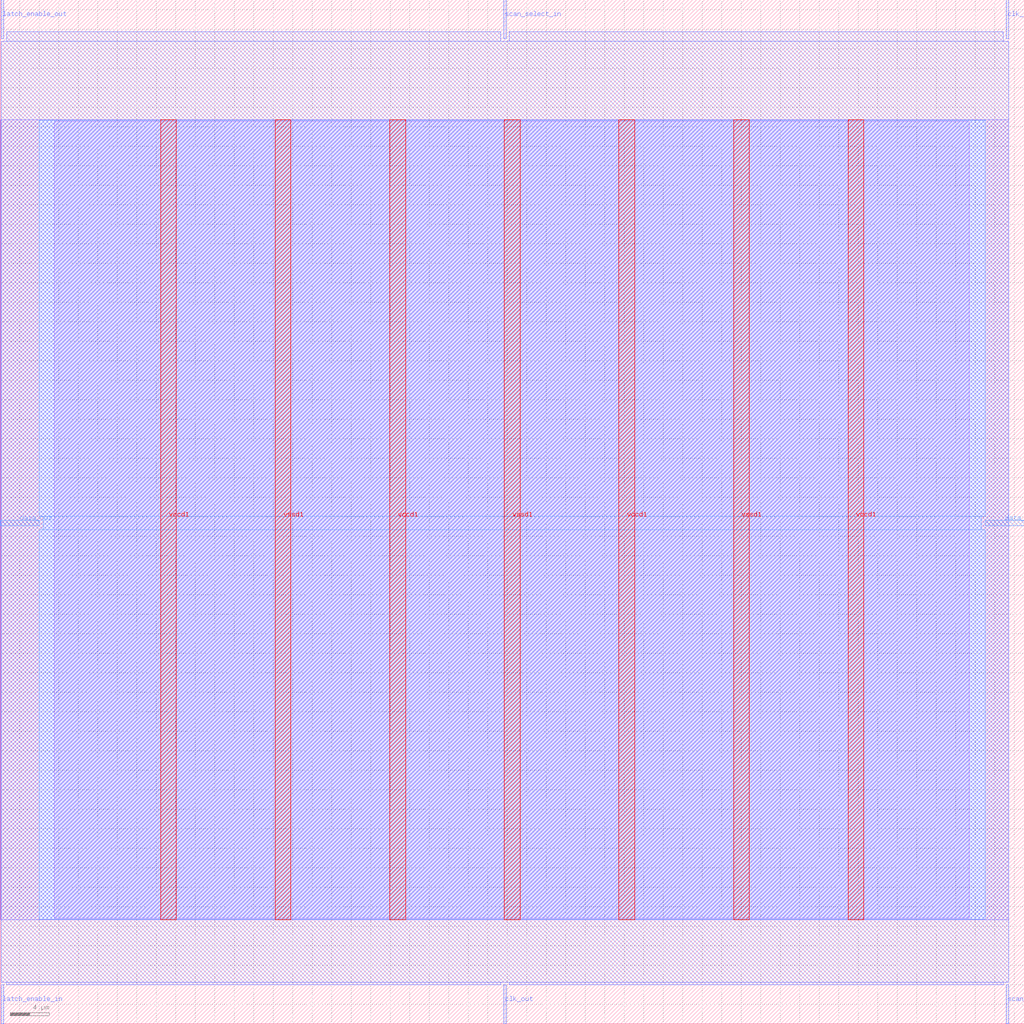
<source format=lef>
VERSION 5.7 ;
  NOWIREEXTENSIONATPIN ON ;
  DIVIDERCHAR "/" ;
  BUSBITCHARS "[]" ;
MACRO scan_wrapper_341497938559631956
  CLASS BLOCK ;
  FOREIGN scan_wrapper_341497938559631956 ;
  ORIGIN 0.000 0.000 ;
  SIZE 105.000 BY 105.000 ;
  PIN clk_in
    DIRECTION INPUT ;
    USE SIGNAL ;
    PORT
      LAYER met2 ;
        RECT 103.130 101.000 103.410 105.000 ;
    END
  END clk_in
  PIN clk_out
    DIRECTION OUTPUT TRISTATE ;
    USE SIGNAL ;
    PORT
      LAYER met2 ;
        RECT 51.610 0.000 51.890 4.000 ;
    END
  END clk_out
  PIN data_in
    DIRECTION INPUT ;
    USE SIGNAL ;
    PORT
      LAYER met3 ;
        RECT 101.000 51.040 105.000 51.640 ;
    END
  END data_in
  PIN data_out
    DIRECTION OUTPUT TRISTATE ;
    USE SIGNAL ;
    PORT
      LAYER met3 ;
        RECT 0.000 51.040 4.000 51.640 ;
    END
  END data_out
  PIN latch_enable_in
    DIRECTION INPUT ;
    USE SIGNAL ;
    PORT
      LAYER met2 ;
        RECT 0.090 0.000 0.370 4.000 ;
    END
  END latch_enable_in
  PIN latch_enable_out
    DIRECTION OUTPUT TRISTATE ;
    USE SIGNAL ;
    PORT
      LAYER met2 ;
        RECT 0.090 101.000 0.370 105.000 ;
    END
  END latch_enable_out
  PIN scan_select_in
    DIRECTION INPUT ;
    USE SIGNAL ;
    PORT
      LAYER met2 ;
        RECT 51.610 101.000 51.890 105.000 ;
    END
  END scan_select_in
  PIN scan_select_out
    DIRECTION OUTPUT TRISTATE ;
    USE SIGNAL ;
    PORT
      LAYER met2 ;
        RECT 103.130 0.000 103.410 4.000 ;
    END
  END scan_select_out
  PIN vccd1
    DIRECTION INOUT ;
    USE POWER ;
    PORT
      LAYER met4 ;
        RECT 16.465 10.640 18.065 92.720 ;
    END
    PORT
      LAYER met4 ;
        RECT 39.955 10.640 41.555 92.720 ;
    END
    PORT
      LAYER met4 ;
        RECT 63.445 10.640 65.045 92.720 ;
    END
    PORT
      LAYER met4 ;
        RECT 86.935 10.640 88.535 92.720 ;
    END
  END vccd1
  PIN vssd1
    DIRECTION INOUT ;
    USE GROUND ;
    PORT
      LAYER met4 ;
        RECT 28.210 10.640 29.810 92.720 ;
    END
    PORT
      LAYER met4 ;
        RECT 51.700 10.640 53.300 92.720 ;
    END
    PORT
      LAYER met4 ;
        RECT 75.190 10.640 76.790 92.720 ;
    END
  END vssd1
  OBS
      LAYER li1 ;
        RECT 5.520 10.795 99.360 92.565 ;
      LAYER met1 ;
        RECT 0.070 10.640 103.430 92.720 ;
      LAYER met2 ;
        RECT 0.650 100.720 51.330 101.730 ;
        RECT 52.170 100.720 102.850 101.730 ;
        RECT 0.100 4.280 103.400 100.720 ;
        RECT 0.650 4.000 51.330 4.280 ;
        RECT 52.170 4.000 102.850 4.280 ;
      LAYER met3 ;
        RECT 4.000 52.040 101.000 92.645 ;
        RECT 4.400 50.640 100.600 52.040 ;
        RECT 4.000 10.715 101.000 50.640 ;
  END
END scan_wrapper_341497938559631956
END LIBRARY


</source>
